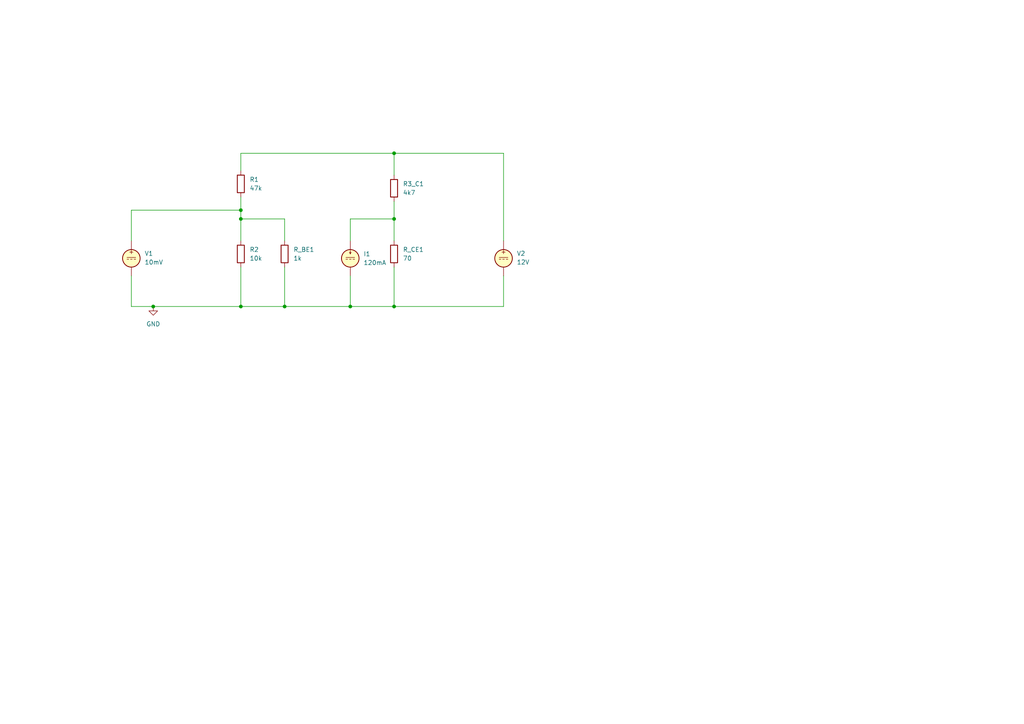
<source format=kicad_sch>
(kicad_sch (version 20231120) (generator "eeschema") (generator_version "8.0")
  (paper "A4")
  (lib_symbols
    (symbol "Device:R" (pin_numbers hide) (pin_names (offset 0))
      (property "Reference" "R" (at 2.032 0 90))
      (property "Value" "R" (at 0 0 90))
      (symbol "R_0_1"
        (rectangle (start -1.016 -2.54) (end 1.016 2.54) (stroke (width 0.254)))
      )
      (symbol "R_1_1"
        (pin passive line (at 0 3.81 270) (length 1.27) (name "~") (number "1"))
        (pin passive line (at 0 -3.81 90) (length 1.27) (name "~") (number "2"))
      )
    )
    (symbol "Simulation_SPICE:IDC" (pin_numbers hide) (pin_names (offset 0.0254))
      (property "Reference" "I" (at 2.54 2.54 0))
      (property "Value" "1" (at 2.54 0 0))
      (symbol "IDC_0_0"
        (polyline (pts (xy -1.27 0.254) (xy 1.27 0.254)))
        (polyline (pts (xy -0.762 -0.254) (xy -1.27 -0.254)))
        (polyline (pts (xy 0.254 -0.254) (xy -0.254 -0.254)))
        (polyline (pts (xy 1.27 -0.254) (xy 0.762 -0.254)))
      )
      (symbol "IDC_0_1"
        (polyline (pts (xy 0 1.27) (xy 0 2.286)))
        (polyline (pts (xy -0.254 1.778) (xy 0 1.27) (xy 0.254 1.778)))
        (circle (center 0 0) (radius 2.54) (stroke (width 0.254)) (fill (type background)))
      )
      (symbol "IDC_1_1"
        (pin passive line (at 0 5.08 270) (length 2.54) (name "~") (number "1"))
        (pin passive line (at 0 -5.08 90) (length 2.54) (name "~") (number "2"))
      )
    )
    (symbol "Simulation_SPICE:VDC" (pin_numbers hide) (pin_names (offset 0.0254))
      (property "Reference" "V" (at 2.54 2.54 0))
      (property "Value" "1" (at 2.54 0 0))
      (symbol "VDC_0_0"
        (polyline (pts (xy -1.27 0.254) (xy 1.27 0.254)))
        (polyline (pts (xy -0.762 -0.254) (xy -1.27 -0.254)))
        (polyline (pts (xy 0.254 -0.254) (xy -0.254 -0.254)))
        (polyline (pts (xy 1.27 -0.254) (xy 0.762 -0.254)))
        (text "+" (at 0 1.905 0) (effects (font (size 1.27 1.27))))
      )
      (symbol "VDC_0_1"
        (circle (center 0 0) (radius 2.54) (stroke (width 0.254)) (fill (type background)))
      )
      (symbol "VDC_1_1"
        (pin passive line (at 0 5.08 270) (length 2.54) (name "~") (number "1"))
        (pin passive line (at 0 -5.08 90) (length 2.54) (name "~") (number "2"))
      )
    )
    (symbol "power:GND" (power) (pin_numbers hide) (pin_names (offset 0) hide)
      (property "Value" "GND" (at 0 -3.81 0))
      (symbol "GND_0_1"
        (polyline (pts (xy 0 0) (xy 0 -1.27) (xy 1.27 -1.27) (xy 0 -2.54) (xy -1.27 -1.27) (xy 0 -1.27)))
      )
      (symbol "GND_1_1"
        (pin power_in line (at 0 0 270) (length 0) (name "~") (number "1"))
      )
    )
  )
  (junction (at 114.3 63.5))
  (junction (at 69.85 60.96))
  (junction (at 69.85 63.5))
  (junction (at 82.55 88.9))
  (junction (at 69.85 88.9))
  (junction (at 114.3 44.45))
  (junction (at 114.3 88.9))
  (junction (at 101.6 88.9))
  (junction (at 44.45 88.9))
  (wire (pts (xy 114.3 58.42) (xy 114.3 63.5)))
  (wire (pts (xy 101.6 88.9) (xy 114.3 88.9)))
  (wire (pts (xy 82.55 77.47) (xy 82.55 88.9)))
  (wire (pts (xy 146.05 88.9) (xy 114.3 88.9)))
  (wire (pts (xy 38.1 60.96) (xy 38.1 69.85)))
  (wire (pts (xy 69.85 60.96) (xy 69.85 63.5)))
  (wire (pts (xy 82.55 88.9) (xy 69.85 88.9)))
  (wire (pts (xy 101.6 69.85) (xy 101.6 63.5)))
  (wire (pts (xy 69.85 44.45) (xy 114.3 44.45)))
  (wire (pts (xy 114.3 50.8) (xy 114.3 44.45)))
  (wire (pts (xy 114.3 63.5) (xy 114.3 69.85)))
  (wire (pts (xy 69.85 88.9) (xy 44.45 88.9)))
  (wire (pts (xy 101.6 63.5) (xy 114.3 63.5)))
  (wire (pts (xy 69.85 49.53) (xy 69.85 44.45)))
  (wire (pts (xy 69.85 63.5) (xy 69.85 69.85)))
  (wire (pts (xy 101.6 80.01) (xy 101.6 88.9)))
  (wire (pts (xy 69.85 57.15) (xy 69.85 60.96)))
  (wire (pts (xy 38.1 60.96) (xy 69.85 60.96)))
  (wire (pts (xy 114.3 44.45) (xy 146.05 44.45)))
  (wire (pts (xy 38.1 88.9) (xy 44.45 88.9)))
  (wire (pts (xy 69.85 63.5) (xy 82.55 63.5)))
  (wire (pts (xy 69.85 77.47) (xy 69.85 88.9)))
  (wire (pts (xy 114.3 77.47) (xy 114.3 88.9)))
  (wire (pts (xy 38.1 80.01) (xy 38.1 88.9)))
  (wire (pts (xy 101.6 88.9) (xy 82.55 88.9)))
  (wire (pts (xy 82.55 69.85) (xy 82.55 63.5)))
  (wire (pts (xy 146.05 80.01) (xy 146.05 88.9)))
  (wire (pts (xy 146.05 44.45) (xy 146.05 69.85)))
  (symbol (lib_id "power:GND") (at 44.45 88.9 0) (unit 1)
    (property "Reference" "#PWR1" (effects (hide yes)))
    (property "Value" "GND" (at 44.45 93.98 0))
    (property "Description" "Power symbol creates a global label with name \"GND\" , ground" (effects (hide yes)))
  )
  (symbol (lib_id "Device:R") (at 69.85 73.66 0) (unit 1)
    (property "Reference" "R2" (at 72.39 72.3899 0) (effects (justify left)))
    (property "Value" "10k" (at 72.39 74.9299 0) (effects (justify left)))
    (property "Description" "Resistor" (effects (hide yes)))
  )
  (symbol (lib_id "Device:R") (at 82.55 73.66 0) (unit 1)
    (property "Reference" "R_BE1" (at 85.09 72.3899 0) (effects (justify left)))
    (property "Value" "1k" (at 85.09 74.9299 0) (effects (justify left)))
    (property "Description" "Resistor" (effects (hide yes)))
  )
  (symbol (lib_id "Device:R") (at 114.3 73.66 0) (unit 1)
    (property "Reference" "R_CE1" (at 116.84 72.3899 0) (effects (justify left)))
    (property "Value" "70" (at 116.84 74.9299 0) (effects (justify left)))
    (property "Description" "Resistor" (effects (hide yes)))
  )
  (symbol (lib_id "Simulation_SPICE:VDC") (at 146.05 74.93 0) (unit 1)
    (property "Reference" "V2" (at 149.86 73.5148 0) (effects (justify left)))
    (property "Value" "12V" (at 149.86 76.0548 0) (effects (justify left)))
    (property "Datasheet" "https://ngspice.sourceforge.io/docs/ngspice-html-manual/manual.xhtml#sec_Independent_Sources_for" (effects (hide yes)))
    (property "Description" "Voltage source, DC" (effects (hide yes)))
    (property "Sim.Pins" "1=+ 2=-" (effects (hide yes)))
    (property "Sim.Type" "DC" (effects (hide yes)))
    (property "Sim.Device" "V" (effects (hide yes)))
  )
  (symbol (lib_id "Device:R") (at 69.85 53.34 0) (unit 1)
    (property "Reference" "R1" (at 72.39 52.0699 0) (effects (justify left)))
    (property "Value" "47k" (at 72.39 54.6099 0) (effects (justify left)))
    (property "Description" "Resistor" (effects (hide yes)))
  )
  (symbol (lib_id "Device:R") (at 114.3 54.61 0) (unit 1)
    (property "Reference" "R3_C1" (at 116.84 53.3399 0) (effects (justify left)))
    (property "Value" "4k7" (at 116.84 55.8799 0) (effects (justify left)))
    (property "Description" "Resistor" (effects (hide yes)))
  )
  (symbol (lib_id "Simulation_SPICE:IDC") (at 101.6 74.93 0) (unit 1)
    (property "Reference" "I1" (at 105.41 73.6599 0) (effects (justify left)))
    (property "Value" "120mA" (at 105.41 76.1999 0) (effects (justify left)))
    (property "Datasheet" "https://ngspice.sourceforge.io/docs/ngspice-html-manual/manual.xhtml#sec_Independent_Sources_for" (effects (hide yes)))
    (property "Description" "Current source, DC" (effects (hide yes)))
    (property "Sim.Pins" "1=+ 2=-" (effects (hide yes)))
    (property "Sim.Type" "DC" (effects (hide yes)))
    (property "Sim.Device" "I" (effects (hide yes)))
  )
  (symbol (lib_id "Simulation_SPICE:VDC") (at 38.1 74.93 0) (unit 1)
    (property "Reference" "V1" (at 41.91 73.5301 0) (effects (justify left)))
    (property "Value" "10mV" (at 41.91 76.0701 0) (effects (justify left)))
    (property "Datasheet" "https://ngspice.sourceforge.io/docs/ngspice-html-manual/manual.xhtml#sec_Independent_Sources_for" (effects (hide yes)))
    (property "Description" "Voltage source, DC" (effects (hide yes)))
    (property "Sim.Pins" "1=+ 2=-" (effects (hide yes)))
    (property "Sim.Type" "DC" (effects (hide yes)))
    (property "Sim.Device" "V" (effects (hide yes)))
  )
)
</source>
